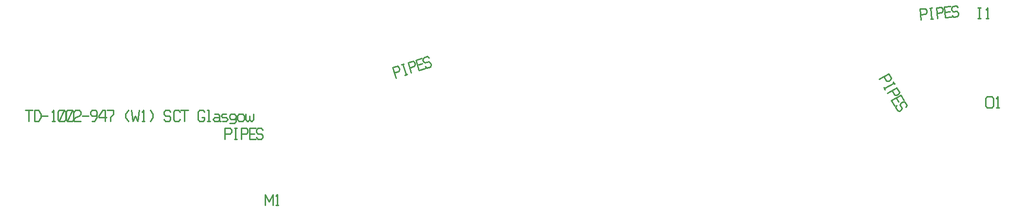
<source format=gbr>
*
G4_C Author: OrCAD GerbTool(tm) 8.1.1 Wed Jun 18 21:25:08 2003*
%LPD*%
%LNsilkscreen*%
%FSLAX34Y34*%
%MOIN*%
%AD*%
%AMD25R98*
20,1,0.025000,0.000000,-0.035000,0.000000,0.035000,98.600000*
%
%AMD10R98*
20,1,0.050000,-0.025000,0.000000,0.025000,0.000000,98.600000*
%
%AMD25R98N2*
20,1,0.025000,0.000000,-0.035000,0.000000,0.035000,98.600000*
%
%AMD10R98N2*
20,1,0.050000,-0.025000,0.000000,0.025000,0.000000,98.600000*
%
%AMD25R86*
20,1,0.025000,0.000000,-0.035000,0.000000,0.035000,86.080000*
%
%AMD10R86*
20,1,0.050000,-0.025000,0.000000,0.025000,0.000000,86.080000*
%
%AMD16R5*
20,1,0.025000,-0.035000,0.000000,0.035000,0.000000,5.450000*
%
%AMD10R5*
20,1,0.050000,-0.025000,0.000000,0.025000,0.000000,5.450000*
%
%AMD16R5N2*
20,1,0.025000,-0.035000,0.000000,0.035000,0.000000,5.450000*
%
%AMD10R5N2*
20,1,0.050000,-0.025000,0.000000,0.025000,0.000000,5.450000*
%
%AMD32R3*
20,1,0.025000,0.034920,-0.002390,-0.034920,0.002390,3.950000*
%
%AMD33R3*
20,1,0.050000,-0.001710,-0.024940,0.001710,0.024940,3.950000*
%
%AMD32R3N2*
20,1,0.025000,0.034920,-0.002390,-0.034920,0.002390,3.910000*
%
%AMD33R3N2*
20,1,0.050000,-0.001710,-0.024940,0.001710,0.024940,3.910000*
%
%AMD32R3N3*
20,1,0.025000,0.034920,-0.002390,-0.034920,0.002390,3.920000*
%
%AMD33R3N3*
20,1,0.050000,-0.001710,-0.024940,0.001710,0.024940,3.920000*
%
%AMD29R84*
20,1,0.022000,0.000000,-0.040000,0.000000,0.040000,84.000000*
%
%AMD54R84*
20,1,0.050000,-0.025000,0.000000,0.025000,0.000000,84.000000*
%
%AMD56R11*
20,1,0.022000,0.039780,-0.004180,-0.039780,0.004180,11.300000*
%
%AMD57R11*
20,1,0.050000,-0.002610,-0.024860,0.002610,0.024860,11.300000*
%
%AMD257R1*
20,1,0.022000,-0.040000,0.000000,0.040000,0.000000,1.000000*
%
%AMD54R1*
20,1,0.050000,-0.025000,0.000000,0.025000,0.000000,1.000000*
%
%AMD257R1N2*
20,1,0.022000,-0.040000,0.000000,0.040000,0.000000,1.000000*
%
%AMD54R1N2*
20,1,0.050000,-0.025000,0.000000,0.025000,0.000000,1.000000*
%
%AMD62R1*
20,1,0.022000,-0.039990,-0.000700,0.039990,0.000700,1.000000*
%
%AMD63R1*
20,1,0.050000,-0.025000,-0.000440,0.025000,0.000440,1.000000*
%
%AMD64R1*
20,1,0.022000,-0.039970,-0.001400,0.039970,0.001400,1.000000*
%
%AMD65R1*
20,1,0.050000,-0.024990,-0.000880,0.024990,0.000880,1.000000*
%
%AMD66R1*
20,1,0.022000,-0.039940,-0.002100,0.039940,0.002100,1.000000*
%
%AMD67R1*
20,1,0.050000,-0.024970,-0.001320,0.024970,0.001320,1.000000*
%
%ADD10R,0.050000X0.050000*%
%ADD11C,0.006000*%
%ADD12C,0.019000*%
%ADD13C,0.007900*%
%ADD14C,0.005000*%
%ADD15C,0.000800*%
%ADD16R,0.070000X0.025000*%
%ADD17R,0.068000X0.023000*%
%ADD18C,0.006000*%
%ADD19C,0.009800*%
%ADD20C,0.010000*%
%ADD21C,0.030000*%
%ADD22C,0.060000*%
%ADD23C,0.035000*%
%ADD24C,0.055000*%
%ADD25R,0.025000X0.070000*%
%ADD26C,0.010000*%
%ADD27R,0.029000X0.058000*%
%ADD28R,0.031000X0.060000*%
%ADD29R,0.022000X0.080000*%
%ADD30R,0.024000X0.082000*%
%ADD31D10R98N2*%
%ADD32D25R86*%
%ADD33D10R86*%
%ADD34D16R5*%
%ADD35D10R5*%
%ADD36D16R5N2*%
%ADD37D10R5N2*%
%ADD38D25R98N2*%
%ADD39D10R98N2*%
%ADD40D25R86*%
%ADD41D10R86*%
%ADD42D16R5*%
%ADD43D10R5*%
%ADD44D16R5N2*%
%ADD45D10R5N2*%
%ADD46D32R3*%
%ADD47D33R3*%
%ADD48R,0.070000X0.025000*%
%ADD49D33R3N2*%
%ADD50C,0.011000*%
%ADD51C,0.036000*%
%ADD52C,0.015000*%
%ADD53R,0.070000X0.025000*%
%ADD54R,0.050000X0.050000*%
%ADD55C,0.010000*%
%ADD56D29R84*%
%ADD57D54R84*%
%ADD58D56R11*%
%ADD59D57R11*%
%ADD60D257R1*%
%ADD61D54R1*%
%ADD62D257R1N2*%
%ADD63D54R1N2*%
%ADD64D62R1*%
%ADD65D63R1*%
%ADD66D64R1*%
%ADD67D65R1*%
%ADD68D66R1*%
%ADD69D67R1*%
%ADD256R,0.058000X0.029000*%
%ADD257R,0.080000X0.022000*%
G4_C OrCAD GerbTool Tool List *
G4_D50 1 0.0110 T 0 0*
G4_D51 3 0.0360 T 0 0*
G4_D52 2 0.0150 T 0 0*
G54D20*
G1X33206Y373D2*
G1X33206Y1123D1*
G1X32681Y1123D2*
G1X32681Y373D1*
G1X32681Y1123D2*
G1X32943Y623D1*
G1X33206Y1123D1*
G1X33503Y1123D2*
G1X33503Y373D1*
G1X33416Y373D2*
G1X33591Y373D1*
G1X33503Y1123D2*
G1X33416Y998D1*
G1X82151Y7828D2*
G1X82063Y7703D1*
G1X82063Y7203D1*
G1X82151Y7078D1*
G1X82501Y7078D1*
G1X82588Y7203D1*
G1X82588Y7703D1*
G1X82501Y7828D1*
G1X82151Y7828D1*
G1X82886Y7828D2*
G1X82886Y7078D1*
G1X82798Y7078D2*
G1X82973Y7078D1*
G1X82886Y7828D2*
G1X82798Y7703D1*
G1X81616Y13950D2*
G1X81616Y13200D1*
G1X81528Y13950D2*
G1X81703Y13950D1*
G1X81703Y13200D2*
G1X81528Y13200D1*
G1X82176Y13950D2*
G1X82176Y13200D1*
G1X82088Y13200D2*
G1X82263Y13200D1*
G1X82176Y13950D2*
G1X82088Y13825D1*
G1X16502Y6902D2*
G1X16502Y6152D1*
G1X16240Y6902D2*
G1X16765Y6902D1*
G1X17150Y6902D2*
G1X17325Y6652D1*
G1X17325Y6402D1*
G1X17150Y6152D1*
G1X16887Y6902D2*
G1X16887Y6152D1*
G1X16887Y6902D2*
G1X17150Y6902D1*
G1X17150Y6152D2*
G1X16887Y6152D1*
G1X17360Y6527D2*
G1X17797Y6527D1*
G1X18182Y6902D2*
G1X18182Y6152D1*
G1X18095Y6152D2*
G1X18270Y6152D1*
G1X18182Y6902D2*
G1X18095Y6777D1*
G1X18567Y6902D2*
G1X18917Y6902D1*
G1X19005Y6777D1*
G1X19005Y6277D1*
G1X18917Y6152D1*
G1X18567Y6152D1*
G1X18480Y6277D1*
G1X18480Y6777D1*
G1X18567Y6902D1*
G1X18917Y6902D2*
G1X18567Y6152D1*
G1X19127Y6902D2*
G1X19477Y6902D1*
G1X19565Y6777D1*
G1X19565Y6277D1*
G1X19477Y6152D1*
G1X19127Y6152D1*
G1X19040Y6277D1*
G1X19040Y6777D1*
G1X19127Y6902D1*
G1X19477Y6902D2*
G1X19127Y6152D1*
G1X19600Y6777D2*
G1X19687Y6902D1*
G1X19950Y6902D1*
G1X20037Y6777D1*
G1X20037Y6652D1*
G1X19950Y6527D1*
G1X19687Y6402D1*
G1X19600Y6277D1*
G1X19600Y6152D1*
G1X20037Y6152D1*
G1X20160Y6527D2*
G1X20597Y6527D1*
G1X21070Y6527D2*
G1X20807Y6527D1*
G1X20720Y6652D1*
G1X20720Y6777D1*
G1X20807Y6902D1*
G1X21070Y6902D1*
G1X21157Y6777D1*
G1X21157Y6402D1*
G1X20982Y6152D1*
G1X20807Y6152D1*
G1X21070Y6527D2*
G1X21157Y6652D1*
G1X21542Y6902D2*
G1X21717Y6902D1*
G1X21717Y6152D1*
G1X21542Y6902D2*
G1X21280Y6527D1*
G1X21280Y6402D1*
G1X21805Y6402D1*
G1X21840Y6902D2*
G1X22277Y6902D1*
G1X22277Y6652D1*
G1X22102Y6402D1*
G1X22102Y6152D1*
G1X23310Y6902D2*
G1X23135Y6652D1*
G1X23135Y6402D1*
G1X23310Y6152D1*
G1X23520Y6902D2*
G1X23607Y6152D1*
G1X23782Y6527D1*
G1X23957Y6152D1*
G1X24045Y6902D1*
G1X24342Y6902D2*
G1X24342Y6152D1*
G1X24255Y6152D2*
G1X24430Y6152D1*
G1X24342Y6902D2*
G1X24255Y6777D1*
G1X24815Y6902D2*
G1X24990Y6652D1*
G1X24990Y6402D1*
G1X24815Y6152D1*
G1X26197Y6777D2*
G1X26110Y6902D1*
G1X25847Y6902D1*
G1X25760Y6777D1*
G1X25760Y6652D1*
G1X26197Y6402D2*
G1X26197Y6277D1*
G1X26110Y6152D1*
G1X25847Y6152D1*
G1X25760Y6277D1*
G1X25760Y6652D2*
G1X25847Y6527D1*
G1X26110Y6527D1*
G1X26197Y6402D1*
G1X26845Y6777D2*
G1X26757Y6902D1*
G1X26495Y6902D1*
G1X26495Y6152D2*
G1X26757Y6152D1*
G1X26845Y6277D1*
G1X26407Y6777D2*
G1X26407Y6277D1*
G1X26495Y6902D2*
G1X26407Y6777D1*
G1X26407Y6277D2*
G1X26495Y6152D1*
G1X27142Y6902D2*
G1X27142Y6152D1*
G1X26880Y6902D2*
G1X27405Y6902D1*
G1X28525Y6777D2*
G1X28437Y6902D1*
G1X28175Y6902D1*
G1X28525Y6402D2*
G1X28350Y6402D1*
G1X28175Y6902D2*
G1X28087Y6777D1*
G1X28087Y6277D1*
G1X28175Y6152D1*
G1X28525Y6402D2*
G1X28525Y6277D1*
G1X28437Y6152D1*
G1X28175Y6152D1*
G1X28822Y6902D2*
G1X28822Y6152D1*
G1X28822Y6902D2*
G1X28735Y6902D1*
G1X28735Y6152D2*
G1X28910Y6152D1*
G1X29207Y6652D2*
G1X29470Y6652D1*
G1X29557Y6527D1*
G1X29557Y6152D1*
G1X29645Y6152D1*
G1X29207Y6402D2*
G1X29120Y6277D1*
G1X29207Y6152D1*
G1X29207Y6402D2*
G1X29557Y6402D1*
G1X29557Y6277D2*
G1X29470Y6152D1*
G1X29207Y6152D1*
G1X29767Y6652D2*
G1X29680Y6527D1*
G1X29767Y6402D1*
G1X30030Y6402D1*
G1X30117Y6277D1*
G1X30030Y6152D1*
G1X29767Y6652D2*
G1X30030Y6652D1*
G1X29767Y6152D2*
G1X30030Y6152D1*
G1X30327Y6652D2*
G1X30240Y6527D1*
G1X30240Y6402D1*
G1X30327Y6277D1*
G1X30590Y6027D2*
G1X30240Y6027D1*
G1X30677Y6152D2*
G1X30590Y6027D1*
G1X30327Y6277D2*
G1X30590Y6277D1*
G1X30677Y6402D1*
G1X30327Y6652D2*
G1X30590Y6652D1*
G1X30677Y6527D1*
G1X30677Y6152D1*
G1X30887Y6652D2*
G1X31150Y6652D1*
G1X31237Y6527D1*
G1X31237Y6277D1*
G1X31150Y6152D1*
G1X30887Y6152D1*
G1X30800Y6277D1*
G1X30800Y6527D1*
G1X30887Y6652D1*
G1X31360Y6652D2*
G1X31360Y6277D1*
G1X31447Y6152D1*
G1X31535Y6152D1*
G1X31622Y6277D1*
G1X31622Y6527D1*
G1X31622Y6277D2*
G1X31710Y6152D1*
G1X31797Y6152D1*
G1X31885Y6277D1*
G1X31885Y6652D1*
G1X30283Y5667D2*
G1X30370Y5542D1*
G1X30370Y5417D1*
G1X30283Y5292D1*
G1X29933Y5667D2*
G1X29933Y4917D1*
G1X30283Y5667D2*
G1X29933Y5667D1*
G1X30283Y5292D2*
G1X29933Y5292D1*
G1X30668Y5667D2*
G1X30668Y4917D1*
G1X30580Y5667D2*
G1X30755Y5667D1*
G1X30755Y4917D2*
G1X30580Y4917D1*
G1X31403Y5667D2*
G1X31490Y5542D1*
G1X31490Y5417D1*
G1X31403Y5292D1*
G1X31053Y5667D2*
G1X31053Y4917D1*
G1X31403Y5667D2*
G1X31053Y5667D1*
G1X31403Y5292D2*
G1X31053Y5292D1*
G1X31613Y5667D2*
G1X31613Y4917D1*
G1X31613Y5667D2*
G1X32050Y5667D1*
G1X31613Y4917D2*
G1X32050Y4917D1*
G1X31613Y5292D2*
G1X31963Y5292D1*
G1X32523Y5542D2*
G1X32435Y5667D1*
G1X32173Y5667D1*
G1X32085Y5542D1*
G1X32085Y5417D1*
G1X32523Y5167D2*
G1X32523Y5042D1*
G1X32435Y4917D1*
G1X32173Y4917D1*
G1X32085Y5042D1*
G1X32085Y5417D2*
G1X32173Y5292D1*
G1X32435Y5292D1*
G1X32523Y5167D1*
G1X41738Y9940D2*
G1X41860Y9848D1*
G1X41899Y9730D1*
G1X41854Y9584D1*
G1X41406Y9832D2*
G1X41637Y9119D1*
G1X41738Y9940D2*
G1X41406Y9832D1*
G1X41854Y9584D2*
G1X41521Y9475D1*
G1X42105Y10059D2*
G1X42336Y9346D1*
G1X42021Y10032D2*
G1X42188Y10086D1*
G1X42420Y9373D2*
G1X42253Y9319D1*
G1X42804Y10286D2*
G1X42925Y10195D1*
G1X42964Y10076D1*
G1X42919Y9930D1*
G1X42471Y10178D2*
G1X42702Y9465D1*
G1X42804Y10286D2*
G1X42471Y10178D1*
G1X42919Y9930D2*
G1X42587Y9822D1*
G1X43003Y10351D2*
G1X43235Y9638D1*
G1X43003Y10351D2*
G1X43419Y10486D1*
G1X43235Y9638D2*
G1X43651Y9773D1*
G1X43119Y9995D2*
G1X43452Y10103D1*
G1X43907Y10514D2*
G1X43786Y10605D1*
G1X43536Y10524D1*
G1X43491Y10378D1*
G1X43530Y10260D1*
G1X44023Y10157D2*
G1X44062Y10038D1*
G1X44017Y9892D1*
G1X43768Y9811D1*
G1X43646Y9903D1*
G1X43530Y10260D2*
G1X43652Y10168D1*
G1X43901Y10249D1*
G1X44023Y10157D1*
G1X75579Y9111D2*
G1X75514Y8973D1*
G1X75406Y8911D1*
G1X75254Y8924D1*
G1X75404Y9415D2*
G1X74754Y9040D1*
G1X75579Y9111D2*
G1X75404Y9415D1*
G1X75254Y8924D2*
G1X75079Y9227D1*
G1X75771Y8778D2*
G1X75122Y8403D1*
G1X75727Y8854D2*
G1X75815Y8702D1*
G1X75165Y8327D2*
G1X75078Y8479D1*
G1X76139Y8142D2*
G1X76074Y8003D1*
G1X75966Y7941D1*
G1X75814Y7954D1*
G1X75964Y8445D2*
G1X75314Y8070D1*
G1X76139Y8142D2*
G1X75964Y8445D1*
G1X75814Y7954D2*
G1X75639Y8257D1*
G1X76244Y7960D2*
G1X75594Y7585D1*
G1X76244Y7960D2*
G1X76462Y7581D1*
G1X75594Y7585D2*
G1X75813Y7206D1*
G1X75919Y7772D2*
G1X76094Y7469D1*
G1X76590Y7109D2*
G1X76655Y7247D1*
G1X76524Y7475D1*
G1X76372Y7488D1*
G1X76263Y7425D1*
G1X76266Y6922D2*
G1X76157Y6859D1*
G1X76005Y6872D1*
G1X75874Y7100D1*
G1X75939Y7238D1*
G1X76263Y7425D2*
G1X76199Y7287D1*
G1X76330Y7060D1*
G1X76266Y6922D1*
G1X77907Y13892D2*
G1X78005Y13775D1*
G1X78016Y13651D1*
G1X77940Y13519D1*
G1X77559Y13862D2*
G1X77624Y13115D1*
G1X77907Y13892D2*
G1X77559Y13862D1*
G1X77940Y13519D2*
G1X77591Y13488D1*
G1X78291Y13926D2*
G1X78356Y13179D1*
G1X78204Y13918D2*
G1X78378Y13933D1*
G1X78443Y13186D2*
G1X78269Y13171D1*
G1X79023Y13990D2*
G1X79121Y13873D1*
G1X79132Y13748D1*
G1X79056Y13616D1*
G1X78674Y13959D2*
G1X78740Y13212D1*
G1X79023Y13990D2*
G1X78674Y13959D1*
G1X79056Y13616D2*
G1X78707Y13586D1*
G1X79232Y14008D2*
G1X79298Y13261D1*
G1X79232Y14008D2*
G1X79668Y14046D1*
G1X79298Y13261D2*
G1X79733Y13299D1*
G1X79265Y13635D2*
G1X79614Y13665D1*
G1X80150Y13963D2*
G1X80052Y14080D1*
G1X79790Y14057D1*
G1X79714Y13925D1*
G1X79725Y13800D1*
G1X80182Y13589D2*
G1X80193Y13465D1*
G1X80117Y13333D1*
G1X79856Y13310D1*
G1X79757Y13427D1*
G1X79725Y13800D2*
G1X79823Y13683D1*
G1X80084Y13706D1*
G1X80182Y13589D1*
M2*

</source>
